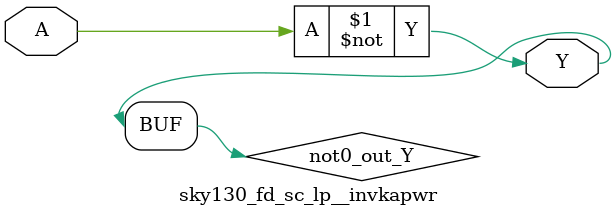
<source format=v>
/*
 * Copyright 2020 The SkyWater PDK Authors
 *
 * Licensed under the Apache License, Version 2.0 (the "License");
 * you may not use this file except in compliance with the License.
 * You may obtain a copy of the License at
 *
 *     https://www.apache.org/licenses/LICENSE-2.0
 *
 * Unless required by applicable law or agreed to in writing, software
 * distributed under the License is distributed on an "AS IS" BASIS,
 * WITHOUT WARRANTIES OR CONDITIONS OF ANY KIND, either express or implied.
 * See the License for the specific language governing permissions and
 * limitations under the License.
 *
 * SPDX-License-Identifier: Apache-2.0
*/


`ifndef SKY130_FD_SC_LP__INVKAPWR_FUNCTIONAL_V
`define SKY130_FD_SC_LP__INVKAPWR_FUNCTIONAL_V

/**
 * invkapwr: Inverter on keep-alive power rail.
 *
 * Verilog simulation functional model.
 */

`timescale 1ns / 1ps
`default_nettype none

`celldefine
module sky130_fd_sc_lp__invkapwr (
    Y,
    A
);

    // Module ports
    output Y;
    input  A;

    // Local signals
    wire not0_out_Y;

    //  Name  Output      Other arguments
    not not0 (not0_out_Y, A              );
    buf buf0 (Y         , not0_out_Y     );

endmodule
`endcelldefine

`default_nettype wire
`endif  // SKY130_FD_SC_LP__INVKAPWR_FUNCTIONAL_V

</source>
